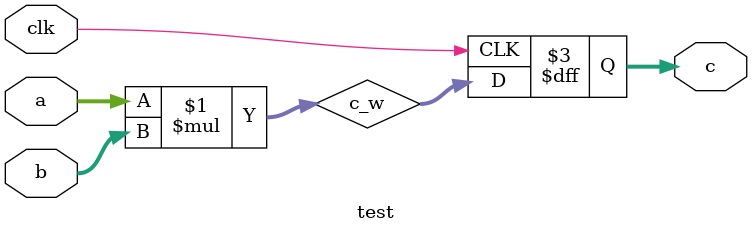
<source format=v>
module test(
	clk,
	a,
	b,
	c,
);
input clk;
input [9:0] a;
input [9:0] b;
output reg [19:0] c;

wire [19:0] c_w;

assign c_w = a*b;
always @(posedge clk) c <= c_w;
endmodule

</source>
